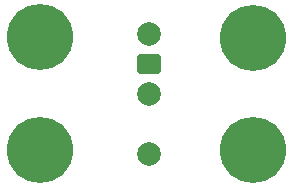
<source format=gbr>
%TF.GenerationSoftware,KiCad,Pcbnew,7.0.7*%
%TF.CreationDate,2024-03-28T13:05:56+05:30*%
%TF.ProjectId,korby,6b6f7262-792e-46b6-9963-61645f706362,rev?*%
%TF.SameCoordinates,Original*%
%TF.FileFunction,Soldermask,Bot*%
%TF.FilePolarity,Negative*%
%FSLAX46Y46*%
G04 Gerber Fmt 4.6, Leading zero omitted, Abs format (unit mm)*
G04 Created by KiCad (PCBNEW 7.0.7) date 2024-03-28 13:05:56*
%MOMM*%
%LPD*%
G01*
G04 APERTURE LIST*
G04 Aperture macros list*
%AMRoundRect*
0 Rectangle with rounded corners*
0 $1 Rounding radius*
0 $2 $3 $4 $5 $6 $7 $8 $9 X,Y pos of 4 corners*
0 Add a 4 corners polygon primitive as box body*
4,1,4,$2,$3,$4,$5,$6,$7,$8,$9,$2,$3,0*
0 Add four circle primitives for the rounded corners*
1,1,$1+$1,$2,$3*
1,1,$1+$1,$4,$5*
1,1,$1+$1,$6,$7*
1,1,$1+$1,$8,$9*
0 Add four rect primitives between the rounded corners*
20,1,$1+$1,$2,$3,$4,$5,0*
20,1,$1+$1,$4,$5,$6,$7,0*
20,1,$1+$1,$6,$7,$8,$9,0*
20,1,$1+$1,$8,$9,$2,$3,0*%
G04 Aperture macros list end*
%ADD10C,5.600000*%
%ADD11C,2.004000*%
%ADD12RoundRect,0.250000X0.750000X-0.600000X0.750000X0.600000X-0.750000X0.600000X-0.750000X-0.600000X0*%
%ADD13C,1.700000*%
G04 APERTURE END LIST*
D10*
%TO.C,H2*%
X150750000Y-83750000D03*
%TD*%
%TO.C,H4*%
X132750000Y-83750000D03*
%TD*%
%TO.C,H3*%
X150750000Y-74250000D03*
%TD*%
D11*
%TO.C,SW1*%
X142000000Y-73920000D03*
X142000000Y-84080000D03*
X142000000Y-79000000D03*
%TD*%
D10*
%TO.C,H1*%
X132750000Y-74168000D03*
%TD*%
D12*
%TO.C,J1*%
X141995000Y-76420000D03*
D13*
X141995000Y-73920000D03*
%TD*%
M02*

</source>
